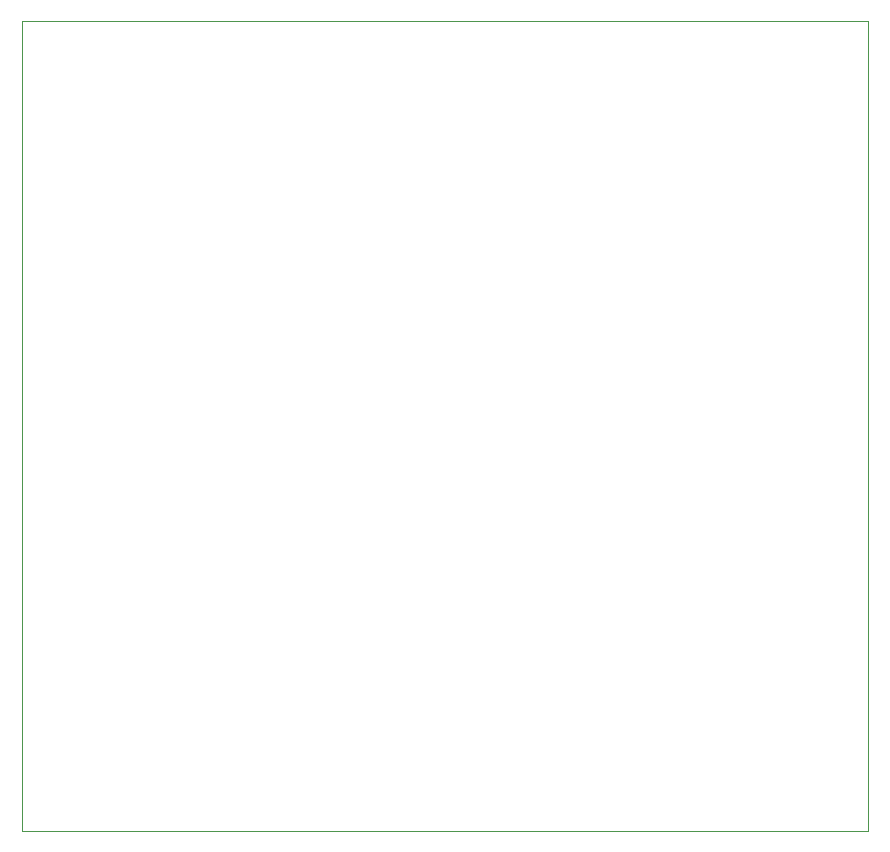
<source format=gbr>
%TF.GenerationSoftware,KiCad,Pcbnew,(5.1.8)-1*%
%TF.CreationDate,2021-02-01T14:36:09-08:00*%
%TF.ProjectId,spl_prototype,73706c5f-7072-46f7-946f-747970652e6b,rev?*%
%TF.SameCoordinates,Original*%
%TF.FileFunction,Profile,NP*%
%FSLAX46Y46*%
G04 Gerber Fmt 4.6, Leading zero omitted, Abs format (unit mm)*
G04 Created by KiCad (PCBNEW (5.1.8)-1) date 2021-02-01 14:36:09*
%MOMM*%
%LPD*%
G01*
G04 APERTURE LIST*
%TA.AperFunction,Profile*%
%ADD10C,0.100000*%
%TD*%
G04 APERTURE END LIST*
D10*
X158000000Y-20320000D02*
X158000000Y-88900000D01*
X86360000Y-20320000D02*
X158000000Y-20320000D01*
X86360000Y-88900000D02*
X86360000Y-20320000D01*
X158000000Y-88900000D02*
X86360000Y-88900000D01*
M02*

</source>
